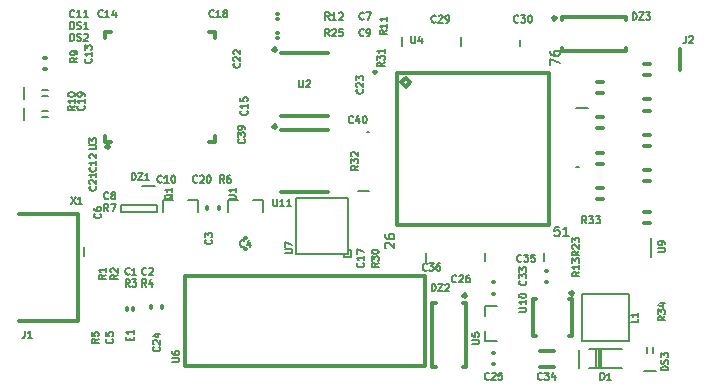
<source format=gto>
G04 #@! TF.FileFunction,Legend,Top*
%FSLAX46Y46*%
G04 Gerber Fmt 4.6, Leading zero omitted, Abs format (unit mm)*
G04 Created by KiCad (PCBNEW (after 2015-mar-04 BZR unknown)-product) date Tue 07 Apr 2015 10:15:23 PM EDT*
%MOMM*%
G01*
G04 APERTURE LIST*
%ADD10C,0.100000*%
%ADD11C,0.200000*%
%ADD12C,0.350000*%
%ADD13C,0.300000*%
%ADD14C,0.150000*%
G04 APERTURE END LIST*
D10*
D11*
X132750000Y-91500000D02*
X132750000Y-90750000D01*
X137750000Y-91500000D02*
X137750000Y-90750000D01*
X142750000Y-91500000D02*
X142750000Y-91000000D01*
X145311905Y-93147619D02*
X145311905Y-92614286D01*
X146111905Y-92957143D01*
X145311905Y-91966667D02*
X145311905Y-92119048D01*
X145350000Y-92195238D01*
X145388095Y-92233333D01*
X145502381Y-92309524D01*
X145654762Y-92347619D01*
X145959524Y-92347619D01*
X146035714Y-92309524D01*
X146073810Y-92271429D01*
X146111905Y-92195238D01*
X146111905Y-92042857D01*
X146073810Y-91966667D01*
X146035714Y-91928571D01*
X145959524Y-91890476D01*
X145769048Y-91890476D01*
X145692857Y-91928571D01*
X145654762Y-91966667D01*
X145616667Y-92042857D01*
X145616667Y-92195238D01*
X145654762Y-92271429D01*
X145692857Y-92309524D01*
X145769048Y-92347619D01*
X147500000Y-96750000D02*
X148500000Y-96750000D01*
X147500000Y-101750000D02*
X147750000Y-101750000D01*
X146059524Y-106811905D02*
X145678571Y-106811905D01*
X145640476Y-107192857D01*
X145678571Y-107154762D01*
X145754762Y-107116667D01*
X145945238Y-107116667D01*
X146021428Y-107154762D01*
X146059524Y-107192857D01*
X146097619Y-107269048D01*
X146097619Y-107459524D01*
X146059524Y-107535714D01*
X146021428Y-107573810D01*
X145945238Y-107611905D01*
X145754762Y-107611905D01*
X145678571Y-107573810D01*
X145640476Y-107535714D01*
X146859524Y-107611905D02*
X146402381Y-107611905D01*
X146630952Y-107611905D02*
X146630952Y-106811905D01*
X146554762Y-106926190D01*
X146478571Y-107002381D01*
X146402381Y-107040476D01*
X144750000Y-109000000D02*
X144750000Y-109750000D01*
X139750000Y-109000000D02*
X139750000Y-109750000D01*
X131388095Y-108609524D02*
X131350000Y-108571429D01*
X131311905Y-108495238D01*
X131311905Y-108304762D01*
X131350000Y-108228572D01*
X131388095Y-108190476D01*
X131464286Y-108152381D01*
X131540476Y-108152381D01*
X131654762Y-108190476D01*
X132111905Y-108647619D01*
X132111905Y-108152381D01*
X131311905Y-107466667D02*
X131311905Y-107619048D01*
X131350000Y-107695238D01*
X131388095Y-107733333D01*
X131502381Y-107809524D01*
X131654762Y-107847619D01*
X131959524Y-107847619D01*
X132035714Y-107809524D01*
X132073810Y-107771429D01*
X132111905Y-107695238D01*
X132111905Y-107542857D01*
X132073810Y-107466667D01*
X132035714Y-107428571D01*
X131959524Y-107390476D01*
X131769048Y-107390476D01*
X131692857Y-107428571D01*
X131654762Y-107466667D01*
X131616667Y-107542857D01*
X131616667Y-107695238D01*
X131654762Y-107771429D01*
X131692857Y-107809524D01*
X131769048Y-107847619D01*
X134750000Y-109000000D02*
X134750000Y-109750000D01*
X130000000Y-103750000D02*
X129000000Y-103750000D01*
X130000000Y-98750000D02*
X129750000Y-98750000D01*
D12*
X132308000Y-106692000D02*
X145192000Y-106692000D01*
X145192000Y-106692000D02*
X145192000Y-93808000D01*
X145192000Y-93808000D02*
X132308000Y-93808000D01*
X132308000Y-93808000D02*
X132308000Y-106692000D01*
X132689000Y-94570000D02*
X133070000Y-94189000D01*
X133070000Y-94189000D02*
X133451000Y-94570000D01*
X133451000Y-94570000D02*
X133070000Y-94951000D01*
X133070000Y-94951000D02*
X132689000Y-94570000D01*
X130375000Y-93750000D02*
X130450000Y-93675000D01*
X130450000Y-93675000D02*
X130525000Y-93750000D01*
X130525000Y-93750000D02*
X130450000Y-93825000D01*
X130450000Y-93825000D02*
X130375000Y-93750000D01*
X146879000Y-112950000D02*
X147127000Y-112950000D01*
X147127000Y-112950000D02*
X147127000Y-116050000D01*
X147127000Y-116050000D02*
X146879000Y-116050000D01*
X144121000Y-112950000D02*
X143873000Y-112950000D01*
X143873000Y-112950000D02*
X143873000Y-116050000D01*
X143873000Y-116050000D02*
X144121000Y-116050000D01*
X147133000Y-112315000D02*
X147260000Y-112442000D01*
X147260000Y-112442000D02*
X147133000Y-112569000D01*
X147133000Y-112569000D02*
X147006000Y-112442000D01*
X147006000Y-112442000D02*
X147133000Y-112315000D01*
X122246000Y-88779000D02*
X122154000Y-88779000D01*
X122154000Y-88779000D02*
X122246000Y-88779000D01*
X122246000Y-89221000D02*
X122154000Y-89221000D01*
X122154000Y-89221000D02*
X122246000Y-89221000D01*
X156250000Y-91750000D02*
X156250000Y-93500000D01*
D13*
X114340000Y-110960000D02*
X134660000Y-110960000D01*
X134660000Y-110960000D02*
X134660000Y-118580000D01*
X134660000Y-118580000D02*
X114340000Y-118580000D01*
X114340000Y-118580000D02*
X114340000Y-110960000D01*
D12*
X108096000Y-99677000D02*
X107573000Y-99677000D01*
X107573000Y-99677000D02*
X107573000Y-99154000D01*
X107573000Y-90846000D02*
X107573000Y-90323000D01*
X107573000Y-90323000D02*
X108096000Y-90323000D01*
X116404000Y-99677000D02*
X116927000Y-99677000D01*
X116927000Y-99677000D02*
X116927000Y-99154000D01*
X116927000Y-90846000D02*
X116927000Y-90323000D01*
X116927000Y-90323000D02*
X116404000Y-90323000D01*
X107842000Y-100185000D02*
X107715000Y-100058000D01*
X107715000Y-100058000D02*
X107842000Y-99931000D01*
X107842000Y-99931000D02*
X107969000Y-100058000D01*
X107969000Y-100058000D02*
X107842000Y-100185000D01*
D14*
X102750000Y-95750000D02*
X102250000Y-95750000D01*
X102250000Y-95250000D02*
X102750000Y-95250000D01*
X100750000Y-95000000D02*
X100750000Y-96000000D01*
X102750000Y-97500000D02*
X102250000Y-97500000D01*
X102250000Y-97000000D02*
X102750000Y-97000000D01*
X100750000Y-96750000D02*
X100750000Y-97750000D01*
X111800000Y-103350000D02*
X110700000Y-103350000D01*
X112000000Y-104950000D02*
X109000000Y-104950000D01*
X109000000Y-104950000D02*
X109000000Y-105550000D01*
X109000000Y-105550000D02*
X112000000Y-105550000D01*
X112000000Y-105550000D02*
X112000000Y-104950000D01*
D12*
X109996000Y-113821000D02*
X109996000Y-113679000D01*
X109996000Y-113679000D02*
X109996000Y-113821000D01*
X109504000Y-113821000D02*
X109504000Y-113679000D01*
X109504000Y-113679000D02*
X109504000Y-113821000D01*
D14*
X105800000Y-108500000D02*
X105800000Y-109250000D01*
D13*
X100300000Y-105750000D02*
X104800000Y-105750000D01*
X104800000Y-105750000D02*
X105300000Y-105750000D01*
X105300000Y-105750000D02*
X105300000Y-114750000D01*
X105300000Y-114750000D02*
X100300000Y-114750000D01*
D14*
X114600000Y-104550000D02*
X115500000Y-104550000D01*
X115500000Y-104550000D02*
X115500000Y-105550000D01*
X112500000Y-105550000D02*
X112500000Y-104550000D01*
X112500000Y-104550000D02*
X113400000Y-104550000D01*
X120100000Y-104550000D02*
X121000000Y-104550000D01*
X121000000Y-104550000D02*
X121000000Y-105550000D01*
X118000000Y-105550000D02*
X118000000Y-104550000D01*
X118000000Y-104550000D02*
X118900000Y-104550000D01*
X139800000Y-114400000D02*
X139800000Y-113500000D01*
X139800000Y-113500000D02*
X140800000Y-113500000D01*
X140800000Y-116500000D02*
X139800000Y-116500000D01*
X139800000Y-116500000D02*
X139800000Y-115600000D01*
X128400000Y-108750000D02*
X128200000Y-108750000D01*
X128400000Y-109350000D02*
X128400000Y-108750000D01*
X127800000Y-109350000D02*
X128400000Y-109350000D01*
X127800000Y-109150000D02*
X127800000Y-109350000D01*
X128200000Y-109150000D02*
X123800000Y-109150000D01*
X128200000Y-104350000D02*
X128200000Y-109150000D01*
X123800000Y-104350000D02*
X128200000Y-104350000D01*
X123800000Y-109150000D02*
X123800000Y-104350000D01*
D12*
X145596000Y-117354000D02*
X144404000Y-117354000D01*
X144404000Y-117354000D02*
X145596000Y-117354000D01*
X145596000Y-118646000D02*
X144404000Y-118646000D01*
X144404000Y-118646000D02*
X145596000Y-118646000D01*
D14*
X147750000Y-117250000D02*
X147750000Y-118750000D01*
X151400000Y-118800000D02*
X148600000Y-118800000D01*
X149600000Y-117200000D02*
X149600000Y-118800000D01*
X149400000Y-118800000D02*
X149400000Y-117200000D01*
X149200000Y-117200000D02*
X149200000Y-118800000D01*
X148600000Y-117200000D02*
X151400000Y-117200000D01*
X152000000Y-116500000D02*
X148000000Y-116500000D01*
X148000000Y-116500000D02*
X148000000Y-112500000D01*
X148000000Y-112500000D02*
X152000000Y-112500000D01*
X152000000Y-112500000D02*
X152000000Y-116500000D01*
D11*
X153850000Y-109350000D02*
X153850000Y-107750000D01*
D12*
X153771000Y-93029000D02*
X153229000Y-93029000D01*
X153229000Y-93029000D02*
X153771000Y-93029000D01*
X153771000Y-93971000D02*
X153229000Y-93971000D01*
X153229000Y-93971000D02*
X153771000Y-93971000D01*
X149771000Y-94529000D02*
X149229000Y-94529000D01*
X149229000Y-94529000D02*
X149771000Y-94529000D01*
X149771000Y-95471000D02*
X149229000Y-95471000D01*
X149229000Y-95471000D02*
X149771000Y-95471000D01*
X153771000Y-96029000D02*
X153229000Y-96029000D01*
X153229000Y-96029000D02*
X153771000Y-96029000D01*
X153771000Y-96971000D02*
X153229000Y-96971000D01*
X153229000Y-96971000D02*
X153771000Y-96971000D01*
X149771000Y-97529000D02*
X149229000Y-97529000D01*
X149229000Y-97529000D02*
X149771000Y-97529000D01*
X149771000Y-98471000D02*
X149229000Y-98471000D01*
X149229000Y-98471000D02*
X149771000Y-98471000D01*
X153771000Y-99029000D02*
X153229000Y-99029000D01*
X153229000Y-99029000D02*
X153771000Y-99029000D01*
X153771000Y-99971000D02*
X153229000Y-99971000D01*
X153229000Y-99971000D02*
X153771000Y-99971000D01*
X149771000Y-100529000D02*
X149229000Y-100529000D01*
X149229000Y-100529000D02*
X149771000Y-100529000D01*
X149771000Y-101471000D02*
X149229000Y-101471000D01*
X149229000Y-101471000D02*
X149771000Y-101471000D01*
X153771000Y-102029000D02*
X153229000Y-102029000D01*
X153229000Y-102029000D02*
X153771000Y-102029000D01*
X153771000Y-102971000D02*
X153229000Y-102971000D01*
X153229000Y-102971000D02*
X153771000Y-102971000D01*
X149771000Y-103529000D02*
X149229000Y-103529000D01*
X149229000Y-103529000D02*
X149771000Y-103529000D01*
X149771000Y-104471000D02*
X149229000Y-104471000D01*
X149229000Y-104471000D02*
X149771000Y-104471000D01*
X153771000Y-105529000D02*
X153229000Y-105529000D01*
X153229000Y-105529000D02*
X153771000Y-105529000D01*
X153771000Y-106471000D02*
X153229000Y-106471000D01*
X153229000Y-106471000D02*
X153771000Y-106471000D01*
X122246000Y-90379000D02*
X122154000Y-90379000D01*
X122154000Y-90379000D02*
X122246000Y-90379000D01*
X122246000Y-90821000D02*
X122154000Y-90821000D01*
X122154000Y-90821000D02*
X122246000Y-90821000D01*
X116279000Y-105179000D02*
X116279000Y-105321000D01*
X116279000Y-105321000D02*
X116279000Y-105179000D01*
X117221000Y-105179000D02*
X117221000Y-105321000D01*
X117221000Y-105321000D02*
X117221000Y-105179000D01*
X119571000Y-107779000D02*
X119429000Y-107779000D01*
X119429000Y-107779000D02*
X119571000Y-107779000D01*
X119571000Y-108721000D02*
X119429000Y-108721000D01*
X119429000Y-108721000D02*
X119571000Y-108721000D01*
X102571000Y-92529000D02*
X102429000Y-92529000D01*
X102429000Y-92529000D02*
X102571000Y-92529000D01*
X102571000Y-93471000D02*
X102429000Y-93471000D01*
X102429000Y-93471000D02*
X102571000Y-93471000D01*
X122500000Y-92091000D02*
X126500000Y-92091000D01*
X122500000Y-97409000D02*
X126500000Y-97409000D01*
X121865000Y-91837000D02*
X121992000Y-91710000D01*
X121992000Y-91710000D02*
X122119000Y-91837000D01*
X122119000Y-91837000D02*
X121992000Y-91964000D01*
X121992000Y-91964000D02*
X121865000Y-91837000D01*
X122500000Y-98591000D02*
X126500000Y-98591000D01*
X122500000Y-103909000D02*
X126500000Y-103909000D01*
X121865000Y-98337000D02*
X121992000Y-98210000D01*
X121992000Y-98210000D02*
X122119000Y-98337000D01*
X122119000Y-98337000D02*
X121992000Y-98464000D01*
X121992000Y-98464000D02*
X121865000Y-98337000D01*
X140429000Y-118471000D02*
X140571000Y-118471000D01*
X140571000Y-118471000D02*
X140429000Y-118471000D01*
X140429000Y-117529000D02*
X140571000Y-117529000D01*
X140571000Y-117529000D02*
X140429000Y-117529000D01*
X140571000Y-111529000D02*
X140429000Y-111529000D01*
X140429000Y-111529000D02*
X140571000Y-111529000D01*
X140571000Y-112471000D02*
X140429000Y-112471000D01*
X140429000Y-112471000D02*
X140571000Y-112471000D01*
X145071000Y-110529000D02*
X144929000Y-110529000D01*
X144929000Y-110529000D02*
X145071000Y-110529000D01*
X145071000Y-111471000D02*
X144929000Y-111471000D01*
X144929000Y-111471000D02*
X145071000Y-111471000D01*
X111529000Y-113529000D02*
X111529000Y-113671000D01*
X111529000Y-113671000D02*
X111529000Y-113529000D01*
X112471000Y-113529000D02*
X112471000Y-113671000D01*
X112471000Y-113671000D02*
X112471000Y-113529000D01*
X137906000Y-113273000D02*
X138177000Y-113273000D01*
X138177000Y-113273000D02*
X138177000Y-118727000D01*
X138177000Y-118727000D02*
X137906000Y-118727000D01*
X135594000Y-113273000D02*
X135323000Y-113273000D01*
X135323000Y-113273000D02*
X135323000Y-118727000D01*
X135323000Y-118727000D02*
X135594000Y-118727000D01*
X138071100Y-112511000D02*
X138198100Y-112638000D01*
X138198100Y-112638000D02*
X138071100Y-112765000D01*
X138071100Y-112765000D02*
X137944100Y-112638000D01*
X137944100Y-112638000D02*
X138071100Y-112511000D01*
X146273000Y-89344000D02*
X146273000Y-89073000D01*
X146273000Y-89073000D02*
X151727000Y-89073000D01*
X151727000Y-89073000D02*
X151727000Y-89344000D01*
X146273000Y-91656000D02*
X146273000Y-91927000D01*
X146273000Y-91927000D02*
X151727000Y-91927000D01*
X151727000Y-91927000D02*
X151727000Y-91656000D01*
X145511000Y-89178900D02*
X145638000Y-89051900D01*
X145638000Y-89051900D02*
X145765000Y-89178900D01*
X145765000Y-89178900D02*
X145638000Y-89305900D01*
X145638000Y-89305900D02*
X145511000Y-89178900D01*
D14*
X154000000Y-117000000D02*
X154000000Y-117500000D01*
X153500000Y-117500000D02*
X153500000Y-117000000D01*
X153250000Y-119000000D02*
X154250000Y-119000000D01*
X133542857Y-90671429D02*
X133542857Y-91157143D01*
X133571429Y-91214286D01*
X133600000Y-91242857D01*
X133657143Y-91271429D01*
X133771429Y-91271429D01*
X133828571Y-91242857D01*
X133857143Y-91214286D01*
X133885714Y-91157143D01*
X133885714Y-90671429D01*
X134428571Y-90871429D02*
X134428571Y-91271429D01*
X134285714Y-90642857D02*
X134142857Y-91071429D01*
X134514285Y-91071429D01*
X142671429Y-113992857D02*
X143157143Y-113992857D01*
X143214286Y-113964285D01*
X143242857Y-113935714D01*
X143271429Y-113878571D01*
X143271429Y-113764285D01*
X143242857Y-113707143D01*
X143214286Y-113678571D01*
X143157143Y-113650000D01*
X142671429Y-113650000D01*
X143271429Y-113050000D02*
X143271429Y-113392857D01*
X143271429Y-113221429D02*
X142671429Y-113221429D01*
X142757143Y-113278572D01*
X142814286Y-113335714D01*
X142842857Y-113392857D01*
X142671429Y-112678571D02*
X142671429Y-112621428D01*
X142700000Y-112564285D01*
X142728571Y-112535714D01*
X142785714Y-112507143D01*
X142900000Y-112478571D01*
X143042857Y-112478571D01*
X143157143Y-112507143D01*
X143214286Y-112535714D01*
X143242857Y-112564285D01*
X143271429Y-112621428D01*
X143271429Y-112678571D01*
X143242857Y-112735714D01*
X143214286Y-112764285D01*
X143157143Y-112792857D01*
X143042857Y-112821428D01*
X142900000Y-112821428D01*
X142785714Y-112792857D01*
X142728571Y-112764285D01*
X142700000Y-112735714D01*
X142671429Y-112678571D01*
X129500000Y-89214286D02*
X129471429Y-89242857D01*
X129385715Y-89271429D01*
X129328572Y-89271429D01*
X129242857Y-89242857D01*
X129185715Y-89185714D01*
X129157143Y-89128571D01*
X129128572Y-89014286D01*
X129128572Y-88928571D01*
X129157143Y-88814286D01*
X129185715Y-88757143D01*
X129242857Y-88700000D01*
X129328572Y-88671429D01*
X129385715Y-88671429D01*
X129471429Y-88700000D01*
X129500000Y-88728571D01*
X129700000Y-88671429D02*
X130100000Y-88671429D01*
X129842857Y-89271429D01*
X156800000Y-90671429D02*
X156800000Y-91100000D01*
X156771428Y-91185714D01*
X156714285Y-91242857D01*
X156628571Y-91271429D01*
X156571428Y-91271429D01*
X157057143Y-90728571D02*
X157085714Y-90700000D01*
X157142857Y-90671429D01*
X157285714Y-90671429D01*
X157342857Y-90700000D01*
X157371428Y-90728571D01*
X157400000Y-90785714D01*
X157400000Y-90842857D01*
X157371428Y-90928571D01*
X157028571Y-91271429D01*
X157400000Y-91271429D01*
X104714285Y-104271429D02*
X105114285Y-104871429D01*
X105114285Y-104271429D02*
X104714285Y-104871429D01*
X105657143Y-104871429D02*
X105314286Y-104871429D01*
X105485714Y-104871429D02*
X105485714Y-104271429D01*
X105428571Y-104357143D01*
X105371429Y-104414286D01*
X105314286Y-104442857D01*
X113271429Y-118257143D02*
X113757143Y-118257143D01*
X113814286Y-118228571D01*
X113842857Y-118200000D01*
X113871429Y-118142857D01*
X113871429Y-118028571D01*
X113842857Y-117971429D01*
X113814286Y-117942857D01*
X113757143Y-117914286D01*
X113271429Y-117914286D01*
X113271429Y-117371429D02*
X113271429Y-117485715D01*
X113300000Y-117542858D01*
X113328571Y-117571429D01*
X113414286Y-117628572D01*
X113528571Y-117657143D01*
X113757143Y-117657143D01*
X113814286Y-117628572D01*
X113842857Y-117600000D01*
X113871429Y-117542858D01*
X113871429Y-117428572D01*
X113842857Y-117371429D01*
X113814286Y-117342858D01*
X113757143Y-117314286D01*
X113614286Y-117314286D01*
X113557143Y-117342858D01*
X113528571Y-117371429D01*
X113500000Y-117428572D01*
X113500000Y-117542858D01*
X113528571Y-117600000D01*
X113557143Y-117628572D01*
X113614286Y-117657143D01*
X106271429Y-100257143D02*
X106757143Y-100257143D01*
X106814286Y-100228571D01*
X106842857Y-100200000D01*
X106871429Y-100142857D01*
X106871429Y-100028571D01*
X106842857Y-99971429D01*
X106814286Y-99942857D01*
X106757143Y-99914286D01*
X106271429Y-99914286D01*
X106271429Y-99685715D02*
X106271429Y-99314286D01*
X106500000Y-99514286D01*
X106500000Y-99428572D01*
X106528571Y-99371429D01*
X106557143Y-99342858D01*
X106614286Y-99314286D01*
X106757143Y-99314286D01*
X106814286Y-99342858D01*
X106842857Y-99371429D01*
X106871429Y-99428572D01*
X106871429Y-99600000D01*
X106842857Y-99657143D01*
X106814286Y-99685715D01*
X104671428Y-90071429D02*
X104671428Y-89471429D01*
X104814285Y-89471429D01*
X104900000Y-89500000D01*
X104957142Y-89557143D01*
X104985714Y-89614286D01*
X105014285Y-89728571D01*
X105014285Y-89814286D01*
X104985714Y-89928571D01*
X104957142Y-89985714D01*
X104900000Y-90042857D01*
X104814285Y-90071429D01*
X104671428Y-90071429D01*
X105242857Y-90042857D02*
X105328571Y-90071429D01*
X105471428Y-90071429D01*
X105528571Y-90042857D01*
X105557142Y-90014286D01*
X105585714Y-89957143D01*
X105585714Y-89900000D01*
X105557142Y-89842857D01*
X105528571Y-89814286D01*
X105471428Y-89785714D01*
X105357142Y-89757143D01*
X105300000Y-89728571D01*
X105271428Y-89700000D01*
X105242857Y-89642857D01*
X105242857Y-89585714D01*
X105271428Y-89528571D01*
X105300000Y-89500000D01*
X105357142Y-89471429D01*
X105500000Y-89471429D01*
X105585714Y-89500000D01*
X106157143Y-90071429D02*
X105814286Y-90071429D01*
X105985714Y-90071429D02*
X105985714Y-89471429D01*
X105928571Y-89557143D01*
X105871429Y-89614286D01*
X105814286Y-89642857D01*
X104671428Y-91071429D02*
X104671428Y-90471429D01*
X104814285Y-90471429D01*
X104900000Y-90500000D01*
X104957142Y-90557143D01*
X104985714Y-90614286D01*
X105014285Y-90728571D01*
X105014285Y-90814286D01*
X104985714Y-90928571D01*
X104957142Y-90985714D01*
X104900000Y-91042857D01*
X104814285Y-91071429D01*
X104671428Y-91071429D01*
X105242857Y-91042857D02*
X105328571Y-91071429D01*
X105471428Y-91071429D01*
X105528571Y-91042857D01*
X105557142Y-91014286D01*
X105585714Y-90957143D01*
X105585714Y-90900000D01*
X105557142Y-90842857D01*
X105528571Y-90814286D01*
X105471428Y-90785714D01*
X105357142Y-90757143D01*
X105300000Y-90728571D01*
X105271428Y-90700000D01*
X105242857Y-90642857D01*
X105242857Y-90585714D01*
X105271428Y-90528571D01*
X105300000Y-90500000D01*
X105357142Y-90471429D01*
X105500000Y-90471429D01*
X105585714Y-90500000D01*
X105814286Y-90528571D02*
X105842857Y-90500000D01*
X105900000Y-90471429D01*
X106042857Y-90471429D01*
X106100000Y-90500000D01*
X106128571Y-90528571D01*
X106157143Y-90585714D01*
X106157143Y-90642857D01*
X106128571Y-90728571D01*
X105785714Y-91071429D01*
X106157143Y-91071429D01*
X109871428Y-102871429D02*
X109871428Y-102271429D01*
X110014285Y-102271429D01*
X110100000Y-102300000D01*
X110157142Y-102357143D01*
X110185714Y-102414286D01*
X110214285Y-102528571D01*
X110214285Y-102614286D01*
X110185714Y-102728571D01*
X110157142Y-102785714D01*
X110100000Y-102842857D01*
X110014285Y-102871429D01*
X109871428Y-102871429D01*
X110414285Y-102271429D02*
X110814285Y-102271429D01*
X110414285Y-102871429D01*
X110814285Y-102871429D01*
X111357143Y-102871429D02*
X111014286Y-102871429D01*
X111185714Y-102871429D02*
X111185714Y-102271429D01*
X111128571Y-102357143D01*
X111071429Y-102414286D01*
X111014286Y-102442857D01*
X109707143Y-116414286D02*
X109707143Y-116214286D01*
X110021429Y-116128572D02*
X110021429Y-116414286D01*
X109421429Y-116414286D01*
X109421429Y-116128572D01*
X110021429Y-115557143D02*
X110021429Y-115900000D01*
X110021429Y-115728572D02*
X109421429Y-115728572D01*
X109507143Y-115785715D01*
X109564286Y-115842857D01*
X109592857Y-115900000D01*
X100800000Y-115671429D02*
X100800000Y-116100000D01*
X100771428Y-116185714D01*
X100714285Y-116242857D01*
X100628571Y-116271429D01*
X100571428Y-116271429D01*
X101400000Y-116271429D02*
X101057143Y-116271429D01*
X101228571Y-116271429D02*
X101228571Y-115671429D01*
X101171428Y-115757143D01*
X101114286Y-115814286D01*
X101057143Y-115842857D01*
X113328571Y-104057143D02*
X113300000Y-104114286D01*
X113242857Y-104171429D01*
X113157143Y-104257143D01*
X113128571Y-104314286D01*
X113128571Y-104371429D01*
X113271429Y-104342857D02*
X113242857Y-104400000D01*
X113185714Y-104457143D01*
X113071429Y-104485714D01*
X112871429Y-104485714D01*
X112757143Y-104457143D01*
X112700000Y-104400000D01*
X112671429Y-104342857D01*
X112671429Y-104228571D01*
X112700000Y-104171429D01*
X112757143Y-104114286D01*
X112871429Y-104085714D01*
X113071429Y-104085714D01*
X113185714Y-104114286D01*
X113242857Y-104171429D01*
X113271429Y-104228571D01*
X113271429Y-104342857D01*
X113271429Y-103514286D02*
X113271429Y-103857143D01*
X113271429Y-103685715D02*
X112671429Y-103685715D01*
X112757143Y-103742858D01*
X112814286Y-103800000D01*
X112842857Y-103857143D01*
X118071429Y-104457143D02*
X118557143Y-104457143D01*
X118614286Y-104428571D01*
X118642857Y-104400000D01*
X118671429Y-104342857D01*
X118671429Y-104228571D01*
X118642857Y-104171429D01*
X118614286Y-104142857D01*
X118557143Y-104114286D01*
X118071429Y-104114286D01*
X118671429Y-103514286D02*
X118671429Y-103857143D01*
X118671429Y-103685715D02*
X118071429Y-103685715D01*
X118157143Y-103742858D01*
X118214286Y-103800000D01*
X118242857Y-103857143D01*
X138671429Y-116707143D02*
X139157143Y-116707143D01*
X139214286Y-116678571D01*
X139242857Y-116650000D01*
X139271429Y-116592857D01*
X139271429Y-116478571D01*
X139242857Y-116421429D01*
X139214286Y-116392857D01*
X139157143Y-116364286D01*
X138671429Y-116364286D01*
X138671429Y-115792858D02*
X138671429Y-116078572D01*
X138957143Y-116107143D01*
X138928571Y-116078572D01*
X138900000Y-116021429D01*
X138900000Y-115878572D01*
X138928571Y-115821429D01*
X138957143Y-115792858D01*
X139014286Y-115764286D01*
X139157143Y-115764286D01*
X139214286Y-115792858D01*
X139242857Y-115821429D01*
X139271429Y-115878572D01*
X139271429Y-116021429D01*
X139242857Y-116078572D01*
X139214286Y-116107143D01*
X122871429Y-109057143D02*
X123357143Y-109057143D01*
X123414286Y-109028571D01*
X123442857Y-109000000D01*
X123471429Y-108942857D01*
X123471429Y-108828571D01*
X123442857Y-108771429D01*
X123414286Y-108742857D01*
X123357143Y-108714286D01*
X122871429Y-108714286D01*
X122871429Y-108485715D02*
X122871429Y-108085715D01*
X123471429Y-108342858D01*
X144614285Y-119714286D02*
X144585714Y-119742857D01*
X144500000Y-119771429D01*
X144442857Y-119771429D01*
X144357142Y-119742857D01*
X144300000Y-119685714D01*
X144271428Y-119628571D01*
X144242857Y-119514286D01*
X144242857Y-119428571D01*
X144271428Y-119314286D01*
X144300000Y-119257143D01*
X144357142Y-119200000D01*
X144442857Y-119171429D01*
X144500000Y-119171429D01*
X144585714Y-119200000D01*
X144614285Y-119228571D01*
X144814285Y-119171429D02*
X145185714Y-119171429D01*
X144985714Y-119400000D01*
X145071428Y-119400000D01*
X145128571Y-119428571D01*
X145157142Y-119457143D01*
X145185714Y-119514286D01*
X145185714Y-119657143D01*
X145157142Y-119714286D01*
X145128571Y-119742857D01*
X145071428Y-119771429D01*
X144900000Y-119771429D01*
X144842857Y-119742857D01*
X144814285Y-119714286D01*
X145700000Y-119371429D02*
X145700000Y-119771429D01*
X145557143Y-119142857D02*
X145414286Y-119571429D01*
X145785714Y-119571429D01*
X149557143Y-119771429D02*
X149557143Y-119171429D01*
X149700000Y-119171429D01*
X149785715Y-119200000D01*
X149842857Y-119257143D01*
X149871429Y-119314286D01*
X149900000Y-119428571D01*
X149900000Y-119514286D01*
X149871429Y-119628571D01*
X149842857Y-119685714D01*
X149785715Y-119742857D01*
X149700000Y-119771429D01*
X149557143Y-119771429D01*
X150471429Y-119771429D02*
X150128572Y-119771429D01*
X150300000Y-119771429D02*
X150300000Y-119171429D01*
X150242857Y-119257143D01*
X150185715Y-119314286D01*
X150128572Y-119342857D01*
X152771429Y-114600000D02*
X152771429Y-114885714D01*
X152171429Y-114885714D01*
X152771429Y-114085714D02*
X152771429Y-114428571D01*
X152771429Y-114257143D02*
X152171429Y-114257143D01*
X152257143Y-114314286D01*
X152314286Y-114371428D01*
X152342857Y-114428571D01*
X154421429Y-108957143D02*
X154907143Y-108957143D01*
X154964286Y-108928571D01*
X154992857Y-108900000D01*
X155021429Y-108842857D01*
X155021429Y-108728571D01*
X154992857Y-108671429D01*
X154964286Y-108642857D01*
X154907143Y-108614286D01*
X154421429Y-108614286D01*
X155021429Y-108300000D02*
X155021429Y-108185715D01*
X154992857Y-108128572D01*
X154964286Y-108100000D01*
X154878571Y-108042858D01*
X154764286Y-108014286D01*
X154535714Y-108014286D01*
X154478571Y-108042858D01*
X154450000Y-108071429D01*
X154421429Y-108128572D01*
X154421429Y-108242858D01*
X154450000Y-108300000D01*
X154478571Y-108328572D01*
X154535714Y-108357143D01*
X154678571Y-108357143D01*
X154735714Y-108328572D01*
X154764286Y-108300000D01*
X154792857Y-108242858D01*
X154792857Y-108128572D01*
X154764286Y-108071429D01*
X154735714Y-108042858D01*
X154678571Y-108014286D01*
X105271429Y-92500000D02*
X104985714Y-92700000D01*
X105271429Y-92842857D02*
X104671429Y-92842857D01*
X104671429Y-92614285D01*
X104700000Y-92557143D01*
X104728571Y-92528571D01*
X104785714Y-92500000D01*
X104871429Y-92500000D01*
X104928571Y-92528571D01*
X104957143Y-92557143D01*
X104985714Y-92614285D01*
X104985714Y-92842857D01*
X105271429Y-92214285D02*
X105271429Y-92100000D01*
X105242857Y-92042857D01*
X105214286Y-92014285D01*
X105128571Y-91957143D01*
X105014286Y-91928571D01*
X104785714Y-91928571D01*
X104728571Y-91957143D01*
X104700000Y-91985714D01*
X104671429Y-92042857D01*
X104671429Y-92157143D01*
X104700000Y-92214285D01*
X104728571Y-92242857D01*
X104785714Y-92271428D01*
X104928571Y-92271428D01*
X104985714Y-92242857D01*
X105014286Y-92214285D01*
X105042857Y-92157143D01*
X105042857Y-92042857D01*
X105014286Y-91985714D01*
X104985714Y-91957143D01*
X104928571Y-91928571D01*
X105071429Y-96585715D02*
X104785714Y-96785715D01*
X105071429Y-96928572D02*
X104471429Y-96928572D01*
X104471429Y-96700000D01*
X104500000Y-96642858D01*
X104528571Y-96614286D01*
X104585714Y-96585715D01*
X104671429Y-96585715D01*
X104728571Y-96614286D01*
X104757143Y-96642858D01*
X104785714Y-96700000D01*
X104785714Y-96928572D01*
X105071429Y-96014286D02*
X105071429Y-96357143D01*
X105071429Y-96185715D02*
X104471429Y-96185715D01*
X104557143Y-96242858D01*
X104614286Y-96300000D01*
X104642857Y-96357143D01*
X104471429Y-95642857D02*
X104471429Y-95585714D01*
X104500000Y-95528571D01*
X104528571Y-95500000D01*
X104585714Y-95471429D01*
X104700000Y-95442857D01*
X104842857Y-95442857D01*
X104957143Y-95471429D01*
X105014286Y-95500000D01*
X105042857Y-95528571D01*
X105071429Y-95585714D01*
X105071429Y-95642857D01*
X105042857Y-95700000D01*
X105014286Y-95728571D01*
X104957143Y-95757143D01*
X104842857Y-95785714D01*
X104700000Y-95785714D01*
X104585714Y-95757143D01*
X104528571Y-95728571D01*
X104500000Y-95700000D01*
X104471429Y-95642857D01*
X107414285Y-89014286D02*
X107385714Y-89042857D01*
X107300000Y-89071429D01*
X107242857Y-89071429D01*
X107157142Y-89042857D01*
X107100000Y-88985714D01*
X107071428Y-88928571D01*
X107042857Y-88814286D01*
X107042857Y-88728571D01*
X107071428Y-88614286D01*
X107100000Y-88557143D01*
X107157142Y-88500000D01*
X107242857Y-88471429D01*
X107300000Y-88471429D01*
X107385714Y-88500000D01*
X107414285Y-88528571D01*
X107985714Y-89071429D02*
X107642857Y-89071429D01*
X107814285Y-89071429D02*
X107814285Y-88471429D01*
X107757142Y-88557143D01*
X107700000Y-88614286D01*
X107642857Y-88642857D01*
X108500000Y-88671429D02*
X108500000Y-89071429D01*
X108357143Y-88442857D02*
X108214286Y-88871429D01*
X108585714Y-88871429D01*
X116814285Y-89014286D02*
X116785714Y-89042857D01*
X116700000Y-89071429D01*
X116642857Y-89071429D01*
X116557142Y-89042857D01*
X116500000Y-88985714D01*
X116471428Y-88928571D01*
X116442857Y-88814286D01*
X116442857Y-88728571D01*
X116471428Y-88614286D01*
X116500000Y-88557143D01*
X116557142Y-88500000D01*
X116642857Y-88471429D01*
X116700000Y-88471429D01*
X116785714Y-88500000D01*
X116814285Y-88528571D01*
X117385714Y-89071429D02*
X117042857Y-89071429D01*
X117214285Y-89071429D02*
X117214285Y-88471429D01*
X117157142Y-88557143D01*
X117100000Y-88614286D01*
X117042857Y-88642857D01*
X117728571Y-88728571D02*
X117671429Y-88700000D01*
X117642857Y-88671429D01*
X117614286Y-88614286D01*
X117614286Y-88585714D01*
X117642857Y-88528571D01*
X117671429Y-88500000D01*
X117728571Y-88471429D01*
X117842857Y-88471429D01*
X117900000Y-88500000D01*
X117928571Y-88528571D01*
X117957143Y-88585714D01*
X117957143Y-88614286D01*
X117928571Y-88671429D01*
X117900000Y-88700000D01*
X117842857Y-88728571D01*
X117728571Y-88728571D01*
X117671429Y-88757143D01*
X117642857Y-88785714D01*
X117614286Y-88842857D01*
X117614286Y-88957143D01*
X117642857Y-89014286D01*
X117671429Y-89042857D01*
X117728571Y-89071429D01*
X117842857Y-89071429D01*
X117900000Y-89042857D01*
X117928571Y-89014286D01*
X117957143Y-88957143D01*
X117957143Y-88842857D01*
X117928571Y-88785714D01*
X117900000Y-88757143D01*
X117842857Y-88728571D01*
X106414286Y-92585715D02*
X106442857Y-92614286D01*
X106471429Y-92700000D01*
X106471429Y-92757143D01*
X106442857Y-92842858D01*
X106385714Y-92900000D01*
X106328571Y-92928572D01*
X106214286Y-92957143D01*
X106128571Y-92957143D01*
X106014286Y-92928572D01*
X105957143Y-92900000D01*
X105900000Y-92842858D01*
X105871429Y-92757143D01*
X105871429Y-92700000D01*
X105900000Y-92614286D01*
X105928571Y-92585715D01*
X106471429Y-92014286D02*
X106471429Y-92357143D01*
X106471429Y-92185715D02*
X105871429Y-92185715D01*
X105957143Y-92242858D01*
X106014286Y-92300000D01*
X106042857Y-92357143D01*
X105871429Y-91814286D02*
X105871429Y-91442857D01*
X106100000Y-91642857D01*
X106100000Y-91557143D01*
X106128571Y-91500000D01*
X106157143Y-91471429D01*
X106214286Y-91442857D01*
X106357143Y-91442857D01*
X106414286Y-91471429D01*
X106442857Y-91500000D01*
X106471429Y-91557143D01*
X106471429Y-91728571D01*
X106442857Y-91785714D01*
X106414286Y-91814286D01*
X119614286Y-96985715D02*
X119642857Y-97014286D01*
X119671429Y-97100000D01*
X119671429Y-97157143D01*
X119642857Y-97242858D01*
X119585714Y-97300000D01*
X119528571Y-97328572D01*
X119414286Y-97357143D01*
X119328571Y-97357143D01*
X119214286Y-97328572D01*
X119157143Y-97300000D01*
X119100000Y-97242858D01*
X119071429Y-97157143D01*
X119071429Y-97100000D01*
X119100000Y-97014286D01*
X119128571Y-96985715D01*
X119671429Y-96414286D02*
X119671429Y-96757143D01*
X119671429Y-96585715D02*
X119071429Y-96585715D01*
X119157143Y-96642858D01*
X119214286Y-96700000D01*
X119242857Y-96757143D01*
X119071429Y-95871429D02*
X119071429Y-96157143D01*
X119357143Y-96185714D01*
X119328571Y-96157143D01*
X119300000Y-96100000D01*
X119300000Y-95957143D01*
X119328571Y-95900000D01*
X119357143Y-95871429D01*
X119414286Y-95842857D01*
X119557143Y-95842857D01*
X119614286Y-95871429D01*
X119642857Y-95900000D01*
X119671429Y-95957143D01*
X119671429Y-96100000D01*
X119642857Y-96157143D01*
X119614286Y-96185714D01*
X105814286Y-96585715D02*
X105842857Y-96614286D01*
X105871429Y-96700000D01*
X105871429Y-96757143D01*
X105842857Y-96842858D01*
X105785714Y-96900000D01*
X105728571Y-96928572D01*
X105614286Y-96957143D01*
X105528571Y-96957143D01*
X105414286Y-96928572D01*
X105357143Y-96900000D01*
X105300000Y-96842858D01*
X105271429Y-96757143D01*
X105271429Y-96700000D01*
X105300000Y-96614286D01*
X105328571Y-96585715D01*
X105871429Y-96014286D02*
X105871429Y-96357143D01*
X105871429Y-96185715D02*
X105271429Y-96185715D01*
X105357143Y-96242858D01*
X105414286Y-96300000D01*
X105442857Y-96357143D01*
X105871429Y-95728571D02*
X105871429Y-95614286D01*
X105842857Y-95557143D01*
X105814286Y-95528571D01*
X105728571Y-95471429D01*
X105614286Y-95442857D01*
X105385714Y-95442857D01*
X105328571Y-95471429D01*
X105300000Y-95500000D01*
X105271429Y-95557143D01*
X105271429Y-95671429D01*
X105300000Y-95728571D01*
X105328571Y-95757143D01*
X105385714Y-95785714D01*
X105528571Y-95785714D01*
X105585714Y-95757143D01*
X105614286Y-95728571D01*
X105642857Y-95671429D01*
X105642857Y-95557143D01*
X105614286Y-95500000D01*
X105585714Y-95471429D01*
X105528571Y-95442857D01*
X115414285Y-103014286D02*
X115385714Y-103042857D01*
X115300000Y-103071429D01*
X115242857Y-103071429D01*
X115157142Y-103042857D01*
X115100000Y-102985714D01*
X115071428Y-102928571D01*
X115042857Y-102814286D01*
X115042857Y-102728571D01*
X115071428Y-102614286D01*
X115100000Y-102557143D01*
X115157142Y-102500000D01*
X115242857Y-102471429D01*
X115300000Y-102471429D01*
X115385714Y-102500000D01*
X115414285Y-102528571D01*
X115642857Y-102528571D02*
X115671428Y-102500000D01*
X115728571Y-102471429D01*
X115871428Y-102471429D01*
X115928571Y-102500000D01*
X115957142Y-102528571D01*
X115985714Y-102585714D01*
X115985714Y-102642857D01*
X115957142Y-102728571D01*
X115614285Y-103071429D01*
X115985714Y-103071429D01*
X116357143Y-102471429D02*
X116414286Y-102471429D01*
X116471429Y-102500000D01*
X116500000Y-102528571D01*
X116528571Y-102585714D01*
X116557143Y-102700000D01*
X116557143Y-102842857D01*
X116528571Y-102957143D01*
X116500000Y-103014286D01*
X116471429Y-103042857D01*
X116414286Y-103071429D01*
X116357143Y-103071429D01*
X116300000Y-103042857D01*
X116271429Y-103014286D01*
X116242857Y-102957143D01*
X116214286Y-102842857D01*
X116214286Y-102700000D01*
X116242857Y-102585714D01*
X116271429Y-102528571D01*
X116300000Y-102500000D01*
X116357143Y-102471429D01*
X129500000Y-90614286D02*
X129471429Y-90642857D01*
X129385715Y-90671429D01*
X129328572Y-90671429D01*
X129242857Y-90642857D01*
X129185715Y-90585714D01*
X129157143Y-90528571D01*
X129128572Y-90414286D01*
X129128572Y-90328571D01*
X129157143Y-90214286D01*
X129185715Y-90157143D01*
X129242857Y-90100000D01*
X129328572Y-90071429D01*
X129385715Y-90071429D01*
X129471429Y-90100000D01*
X129500000Y-90128571D01*
X129785715Y-90671429D02*
X129900000Y-90671429D01*
X129957143Y-90642857D01*
X129985715Y-90614286D01*
X130042857Y-90528571D01*
X130071429Y-90414286D01*
X130071429Y-90185714D01*
X130042857Y-90128571D01*
X130014286Y-90100000D01*
X129957143Y-90071429D01*
X129842857Y-90071429D01*
X129785715Y-90100000D01*
X129757143Y-90128571D01*
X129728572Y-90185714D01*
X129728572Y-90328571D01*
X129757143Y-90385714D01*
X129785715Y-90414286D01*
X129842857Y-90442857D01*
X129957143Y-90442857D01*
X130014286Y-90414286D01*
X130042857Y-90385714D01*
X130071429Y-90328571D01*
X131471429Y-90185715D02*
X131185714Y-90385715D01*
X131471429Y-90528572D02*
X130871429Y-90528572D01*
X130871429Y-90300000D01*
X130900000Y-90242858D01*
X130928571Y-90214286D01*
X130985714Y-90185715D01*
X131071429Y-90185715D01*
X131128571Y-90214286D01*
X131157143Y-90242858D01*
X131185714Y-90300000D01*
X131185714Y-90528572D01*
X131471429Y-89614286D02*
X131471429Y-89957143D01*
X131471429Y-89785715D02*
X130871429Y-89785715D01*
X130957143Y-89842858D01*
X131014286Y-89900000D01*
X131042857Y-89957143D01*
X131471429Y-89042857D02*
X131471429Y-89385714D01*
X131471429Y-89214286D02*
X130871429Y-89214286D01*
X130957143Y-89271429D01*
X131014286Y-89328571D01*
X131042857Y-89385714D01*
X126614285Y-89271429D02*
X126414285Y-88985714D01*
X126271428Y-89271429D02*
X126271428Y-88671429D01*
X126500000Y-88671429D01*
X126557142Y-88700000D01*
X126585714Y-88728571D01*
X126614285Y-88785714D01*
X126614285Y-88871429D01*
X126585714Y-88928571D01*
X126557142Y-88957143D01*
X126500000Y-88985714D01*
X126271428Y-88985714D01*
X127185714Y-89271429D02*
X126842857Y-89271429D01*
X127014285Y-89271429D02*
X127014285Y-88671429D01*
X126957142Y-88757143D01*
X126900000Y-88814286D01*
X126842857Y-88842857D01*
X127414286Y-88728571D02*
X127442857Y-88700000D01*
X127500000Y-88671429D01*
X127642857Y-88671429D01*
X127700000Y-88700000D01*
X127728571Y-88728571D01*
X127757143Y-88785714D01*
X127757143Y-88842857D01*
X127728571Y-88928571D01*
X127385714Y-89271429D01*
X127757143Y-89271429D01*
X126614285Y-90671429D02*
X126414285Y-90385714D01*
X126271428Y-90671429D02*
X126271428Y-90071429D01*
X126500000Y-90071429D01*
X126557142Y-90100000D01*
X126585714Y-90128571D01*
X126614285Y-90185714D01*
X126614285Y-90271429D01*
X126585714Y-90328571D01*
X126557142Y-90357143D01*
X126500000Y-90385714D01*
X126271428Y-90385714D01*
X126842857Y-90128571D02*
X126871428Y-90100000D01*
X126928571Y-90071429D01*
X127071428Y-90071429D01*
X127128571Y-90100000D01*
X127157142Y-90128571D01*
X127185714Y-90185714D01*
X127185714Y-90242857D01*
X127157142Y-90328571D01*
X126814285Y-90671429D01*
X127185714Y-90671429D01*
X127728571Y-90071429D02*
X127442857Y-90071429D01*
X127414286Y-90357143D01*
X127442857Y-90328571D01*
X127500000Y-90300000D01*
X127642857Y-90300000D01*
X127700000Y-90328571D01*
X127728571Y-90357143D01*
X127757143Y-90414286D01*
X127757143Y-90557143D01*
X127728571Y-90614286D01*
X127700000Y-90642857D01*
X127642857Y-90671429D01*
X127500000Y-90671429D01*
X127442857Y-90642857D01*
X127414286Y-90614286D01*
X119014286Y-92985715D02*
X119042857Y-93014286D01*
X119071429Y-93100000D01*
X119071429Y-93157143D01*
X119042857Y-93242858D01*
X118985714Y-93300000D01*
X118928571Y-93328572D01*
X118814286Y-93357143D01*
X118728571Y-93357143D01*
X118614286Y-93328572D01*
X118557143Y-93300000D01*
X118500000Y-93242858D01*
X118471429Y-93157143D01*
X118471429Y-93100000D01*
X118500000Y-93014286D01*
X118528571Y-92985715D01*
X118528571Y-92757143D02*
X118500000Y-92728572D01*
X118471429Y-92671429D01*
X118471429Y-92528572D01*
X118500000Y-92471429D01*
X118528571Y-92442858D01*
X118585714Y-92414286D01*
X118642857Y-92414286D01*
X118728571Y-92442858D01*
X119071429Y-92785715D01*
X119071429Y-92414286D01*
X118528571Y-92185714D02*
X118500000Y-92157143D01*
X118471429Y-92100000D01*
X118471429Y-91957143D01*
X118500000Y-91900000D01*
X118528571Y-91871429D01*
X118585714Y-91842857D01*
X118642857Y-91842857D01*
X118728571Y-91871429D01*
X119071429Y-92214286D01*
X119071429Y-91842857D01*
X129414286Y-95185715D02*
X129442857Y-95214286D01*
X129471429Y-95300000D01*
X129471429Y-95357143D01*
X129442857Y-95442858D01*
X129385714Y-95500000D01*
X129328571Y-95528572D01*
X129214286Y-95557143D01*
X129128571Y-95557143D01*
X129014286Y-95528572D01*
X128957143Y-95500000D01*
X128900000Y-95442858D01*
X128871429Y-95357143D01*
X128871429Y-95300000D01*
X128900000Y-95214286D01*
X128928571Y-95185715D01*
X128928571Y-94957143D02*
X128900000Y-94928572D01*
X128871429Y-94871429D01*
X128871429Y-94728572D01*
X128900000Y-94671429D01*
X128928571Y-94642858D01*
X128985714Y-94614286D01*
X129042857Y-94614286D01*
X129128571Y-94642858D01*
X129471429Y-94985715D01*
X129471429Y-94614286D01*
X128871429Y-94414286D02*
X128871429Y-94042857D01*
X129100000Y-94242857D01*
X129100000Y-94157143D01*
X129128571Y-94100000D01*
X129157143Y-94071429D01*
X129214286Y-94042857D01*
X129357143Y-94042857D01*
X129414286Y-94071429D01*
X129442857Y-94100000D01*
X129471429Y-94157143D01*
X129471429Y-94328571D01*
X129442857Y-94385714D01*
X129414286Y-94414286D01*
X106814286Y-101785715D02*
X106842857Y-101814286D01*
X106871429Y-101900000D01*
X106871429Y-101957143D01*
X106842857Y-102042858D01*
X106785714Y-102100000D01*
X106728571Y-102128572D01*
X106614286Y-102157143D01*
X106528571Y-102157143D01*
X106414286Y-102128572D01*
X106357143Y-102100000D01*
X106300000Y-102042858D01*
X106271429Y-101957143D01*
X106271429Y-101900000D01*
X106300000Y-101814286D01*
X106328571Y-101785715D01*
X106871429Y-101214286D02*
X106871429Y-101557143D01*
X106871429Y-101385715D02*
X106271429Y-101385715D01*
X106357143Y-101442858D01*
X106414286Y-101500000D01*
X106442857Y-101557143D01*
X106328571Y-100985714D02*
X106300000Y-100957143D01*
X106271429Y-100900000D01*
X106271429Y-100757143D01*
X106300000Y-100700000D01*
X106328571Y-100671429D01*
X106385714Y-100642857D01*
X106442857Y-100642857D01*
X106528571Y-100671429D01*
X106871429Y-101014286D01*
X106871429Y-100642857D01*
X106814286Y-103385715D02*
X106842857Y-103414286D01*
X106871429Y-103500000D01*
X106871429Y-103557143D01*
X106842857Y-103642858D01*
X106785714Y-103700000D01*
X106728571Y-103728572D01*
X106614286Y-103757143D01*
X106528571Y-103757143D01*
X106414286Y-103728572D01*
X106357143Y-103700000D01*
X106300000Y-103642858D01*
X106271429Y-103557143D01*
X106271429Y-103500000D01*
X106300000Y-103414286D01*
X106328571Y-103385715D01*
X106328571Y-103157143D02*
X106300000Y-103128572D01*
X106271429Y-103071429D01*
X106271429Y-102928572D01*
X106300000Y-102871429D01*
X106328571Y-102842858D01*
X106385714Y-102814286D01*
X106442857Y-102814286D01*
X106528571Y-102842858D01*
X106871429Y-103185715D01*
X106871429Y-102814286D01*
X106871429Y-102242857D02*
X106871429Y-102585714D01*
X106871429Y-102414286D02*
X106271429Y-102414286D01*
X106357143Y-102471429D01*
X106414286Y-102528571D01*
X106442857Y-102585714D01*
X107900000Y-104414286D02*
X107871429Y-104442857D01*
X107785715Y-104471429D01*
X107728572Y-104471429D01*
X107642857Y-104442857D01*
X107585715Y-104385714D01*
X107557143Y-104328571D01*
X107528572Y-104214286D01*
X107528572Y-104128571D01*
X107557143Y-104014286D01*
X107585715Y-103957143D01*
X107642857Y-103900000D01*
X107728572Y-103871429D01*
X107785715Y-103871429D01*
X107871429Y-103900000D01*
X107900000Y-103928571D01*
X108242857Y-104128571D02*
X108185715Y-104100000D01*
X108157143Y-104071429D01*
X108128572Y-104014286D01*
X108128572Y-103985714D01*
X108157143Y-103928571D01*
X108185715Y-103900000D01*
X108242857Y-103871429D01*
X108357143Y-103871429D01*
X108414286Y-103900000D01*
X108442857Y-103928571D01*
X108471429Y-103985714D01*
X108471429Y-104014286D01*
X108442857Y-104071429D01*
X108414286Y-104100000D01*
X108357143Y-104128571D01*
X108242857Y-104128571D01*
X108185715Y-104157143D01*
X108157143Y-104185714D01*
X108128572Y-104242857D01*
X108128572Y-104357143D01*
X108157143Y-104414286D01*
X108185715Y-104442857D01*
X108242857Y-104471429D01*
X108357143Y-104471429D01*
X108414286Y-104442857D01*
X108442857Y-104414286D01*
X108471429Y-104357143D01*
X108471429Y-104242857D01*
X108442857Y-104185714D01*
X108414286Y-104157143D01*
X108357143Y-104128571D01*
X107900000Y-105471429D02*
X107700000Y-105185714D01*
X107557143Y-105471429D02*
X107557143Y-104871429D01*
X107785715Y-104871429D01*
X107842857Y-104900000D01*
X107871429Y-104928571D01*
X107900000Y-104985714D01*
X107900000Y-105071429D01*
X107871429Y-105128571D01*
X107842857Y-105157143D01*
X107785715Y-105185714D01*
X107557143Y-105185714D01*
X108100000Y-104871429D02*
X108500000Y-104871429D01*
X108242857Y-105471429D01*
X112414285Y-103014286D02*
X112385714Y-103042857D01*
X112300000Y-103071429D01*
X112242857Y-103071429D01*
X112157142Y-103042857D01*
X112100000Y-102985714D01*
X112071428Y-102928571D01*
X112042857Y-102814286D01*
X112042857Y-102728571D01*
X112071428Y-102614286D01*
X112100000Y-102557143D01*
X112157142Y-102500000D01*
X112242857Y-102471429D01*
X112300000Y-102471429D01*
X112385714Y-102500000D01*
X112414285Y-102528571D01*
X112985714Y-103071429D02*
X112642857Y-103071429D01*
X112814285Y-103071429D02*
X112814285Y-102471429D01*
X112757142Y-102557143D01*
X112700000Y-102614286D01*
X112642857Y-102642857D01*
X113357143Y-102471429D02*
X113414286Y-102471429D01*
X113471429Y-102500000D01*
X113500000Y-102528571D01*
X113528571Y-102585714D01*
X113557143Y-102700000D01*
X113557143Y-102842857D01*
X113528571Y-102957143D01*
X113500000Y-103014286D01*
X113471429Y-103042857D01*
X113414286Y-103071429D01*
X113357143Y-103071429D01*
X113300000Y-103042857D01*
X113271429Y-103014286D01*
X113242857Y-102957143D01*
X113214286Y-102842857D01*
X113214286Y-102700000D01*
X113242857Y-102585714D01*
X113271429Y-102528571D01*
X113300000Y-102500000D01*
X113357143Y-102471429D01*
X117700000Y-103071429D02*
X117500000Y-102785714D01*
X117357143Y-103071429D02*
X117357143Y-102471429D01*
X117585715Y-102471429D01*
X117642857Y-102500000D01*
X117671429Y-102528571D01*
X117700000Y-102585714D01*
X117700000Y-102671429D01*
X117671429Y-102728571D01*
X117642857Y-102757143D01*
X117585715Y-102785714D01*
X117357143Y-102785714D01*
X118214286Y-102471429D02*
X118100000Y-102471429D01*
X118042857Y-102500000D01*
X118014286Y-102528571D01*
X117957143Y-102614286D01*
X117928572Y-102728571D01*
X117928572Y-102957143D01*
X117957143Y-103014286D01*
X117985715Y-103042857D01*
X118042857Y-103071429D01*
X118157143Y-103071429D01*
X118214286Y-103042857D01*
X118242857Y-103014286D01*
X118271429Y-102957143D01*
X118271429Y-102814286D01*
X118242857Y-102757143D01*
X118214286Y-102728571D01*
X118157143Y-102700000D01*
X118042857Y-102700000D01*
X117985715Y-102728571D01*
X117957143Y-102757143D01*
X117928572Y-102814286D01*
X108214286Y-116300000D02*
X108242857Y-116328571D01*
X108271429Y-116414285D01*
X108271429Y-116471428D01*
X108242857Y-116557143D01*
X108185714Y-116614285D01*
X108128571Y-116642857D01*
X108014286Y-116671428D01*
X107928571Y-116671428D01*
X107814286Y-116642857D01*
X107757143Y-116614285D01*
X107700000Y-116557143D01*
X107671429Y-116471428D01*
X107671429Y-116414285D01*
X107700000Y-116328571D01*
X107728571Y-116300000D01*
X107671429Y-115757143D02*
X107671429Y-116042857D01*
X107957143Y-116071428D01*
X107928571Y-116042857D01*
X107900000Y-115985714D01*
X107900000Y-115842857D01*
X107928571Y-115785714D01*
X107957143Y-115757143D01*
X108014286Y-115728571D01*
X108157143Y-115728571D01*
X108214286Y-115757143D01*
X108242857Y-115785714D01*
X108271429Y-115842857D01*
X108271429Y-115985714D01*
X108242857Y-116042857D01*
X108214286Y-116071428D01*
X107214286Y-105700000D02*
X107242857Y-105728571D01*
X107271429Y-105814285D01*
X107271429Y-105871428D01*
X107242857Y-105957143D01*
X107185714Y-106014285D01*
X107128571Y-106042857D01*
X107014286Y-106071428D01*
X106928571Y-106071428D01*
X106814286Y-106042857D01*
X106757143Y-106014285D01*
X106700000Y-105957143D01*
X106671429Y-105871428D01*
X106671429Y-105814285D01*
X106700000Y-105728571D01*
X106728571Y-105700000D01*
X106671429Y-105185714D02*
X106671429Y-105300000D01*
X106700000Y-105357143D01*
X106728571Y-105385714D01*
X106814286Y-105442857D01*
X106928571Y-105471428D01*
X107157143Y-105471428D01*
X107214286Y-105442857D01*
X107242857Y-105414285D01*
X107271429Y-105357143D01*
X107271429Y-105242857D01*
X107242857Y-105185714D01*
X107214286Y-105157143D01*
X107157143Y-105128571D01*
X107014286Y-105128571D01*
X106957143Y-105157143D01*
X106928571Y-105185714D01*
X106900000Y-105242857D01*
X106900000Y-105357143D01*
X106928571Y-105414285D01*
X106957143Y-105442857D01*
X107014286Y-105471428D01*
X107671429Y-110900000D02*
X107385714Y-111100000D01*
X107671429Y-111242857D02*
X107071429Y-111242857D01*
X107071429Y-111014285D01*
X107100000Y-110957143D01*
X107128571Y-110928571D01*
X107185714Y-110900000D01*
X107271429Y-110900000D01*
X107328571Y-110928571D01*
X107357143Y-110957143D01*
X107385714Y-111014285D01*
X107385714Y-111242857D01*
X107671429Y-110328571D02*
X107671429Y-110671428D01*
X107671429Y-110500000D02*
X107071429Y-110500000D01*
X107157143Y-110557143D01*
X107214286Y-110614285D01*
X107242857Y-110671428D01*
X108671429Y-110900000D02*
X108385714Y-111100000D01*
X108671429Y-111242857D02*
X108071429Y-111242857D01*
X108071429Y-111014285D01*
X108100000Y-110957143D01*
X108128571Y-110928571D01*
X108185714Y-110900000D01*
X108271429Y-110900000D01*
X108328571Y-110928571D01*
X108357143Y-110957143D01*
X108385714Y-111014285D01*
X108385714Y-111242857D01*
X108128571Y-110671428D02*
X108100000Y-110642857D01*
X108071429Y-110585714D01*
X108071429Y-110442857D01*
X108100000Y-110385714D01*
X108128571Y-110357143D01*
X108185714Y-110328571D01*
X108242857Y-110328571D01*
X108328571Y-110357143D01*
X108671429Y-110700000D01*
X108671429Y-110328571D01*
X107071429Y-116300000D02*
X106785714Y-116500000D01*
X107071429Y-116642857D02*
X106471429Y-116642857D01*
X106471429Y-116414285D01*
X106500000Y-116357143D01*
X106528571Y-116328571D01*
X106585714Y-116300000D01*
X106671429Y-116300000D01*
X106728571Y-116328571D01*
X106757143Y-116357143D01*
X106785714Y-116414285D01*
X106785714Y-116642857D01*
X106471429Y-115757143D02*
X106471429Y-116042857D01*
X106757143Y-116071428D01*
X106728571Y-116042857D01*
X106700000Y-115985714D01*
X106700000Y-115842857D01*
X106728571Y-115785714D01*
X106757143Y-115757143D01*
X106814286Y-115728571D01*
X106957143Y-115728571D01*
X107014286Y-115757143D01*
X107042857Y-115785714D01*
X107071429Y-115842857D01*
X107071429Y-115985714D01*
X107042857Y-116042857D01*
X107014286Y-116071428D01*
X116614286Y-107900000D02*
X116642857Y-107928571D01*
X116671429Y-108014285D01*
X116671429Y-108071428D01*
X116642857Y-108157143D01*
X116585714Y-108214285D01*
X116528571Y-108242857D01*
X116414286Y-108271428D01*
X116328571Y-108271428D01*
X116214286Y-108242857D01*
X116157143Y-108214285D01*
X116100000Y-108157143D01*
X116071429Y-108071428D01*
X116071429Y-108014285D01*
X116100000Y-107928571D01*
X116128571Y-107900000D01*
X116071429Y-107700000D02*
X116071429Y-107328571D01*
X116300000Y-107528571D01*
X116300000Y-107442857D01*
X116328571Y-107385714D01*
X116357143Y-107357143D01*
X116414286Y-107328571D01*
X116557143Y-107328571D01*
X116614286Y-107357143D01*
X116642857Y-107385714D01*
X116671429Y-107442857D01*
X116671429Y-107614285D01*
X116642857Y-107671428D01*
X116614286Y-107700000D01*
X119400000Y-108464286D02*
X119371429Y-108492857D01*
X119285715Y-108521429D01*
X119228572Y-108521429D01*
X119142857Y-108492857D01*
X119085715Y-108435714D01*
X119057143Y-108378571D01*
X119028572Y-108264286D01*
X119028572Y-108178571D01*
X119057143Y-108064286D01*
X119085715Y-108007143D01*
X119142857Y-107950000D01*
X119228572Y-107921429D01*
X119285715Y-107921429D01*
X119371429Y-107950000D01*
X119400000Y-107978571D01*
X119914286Y-108121429D02*
X119914286Y-108521429D01*
X119771429Y-107892857D02*
X119628572Y-108321429D01*
X120000000Y-108321429D01*
X105014285Y-89014286D02*
X104985714Y-89042857D01*
X104900000Y-89071429D01*
X104842857Y-89071429D01*
X104757142Y-89042857D01*
X104700000Y-88985714D01*
X104671428Y-88928571D01*
X104642857Y-88814286D01*
X104642857Y-88728571D01*
X104671428Y-88614286D01*
X104700000Y-88557143D01*
X104757142Y-88500000D01*
X104842857Y-88471429D01*
X104900000Y-88471429D01*
X104985714Y-88500000D01*
X105014285Y-88528571D01*
X105585714Y-89071429D02*
X105242857Y-89071429D01*
X105414285Y-89071429D02*
X105414285Y-88471429D01*
X105357142Y-88557143D01*
X105300000Y-88614286D01*
X105242857Y-88642857D01*
X106157143Y-89071429D02*
X105814286Y-89071429D01*
X105985714Y-89071429D02*
X105985714Y-88471429D01*
X105928571Y-88557143D01*
X105871429Y-88614286D01*
X105814286Y-88642857D01*
X109700000Y-110814286D02*
X109671429Y-110842857D01*
X109585715Y-110871429D01*
X109528572Y-110871429D01*
X109442857Y-110842857D01*
X109385715Y-110785714D01*
X109357143Y-110728571D01*
X109328572Y-110614286D01*
X109328572Y-110528571D01*
X109357143Y-110414286D01*
X109385715Y-110357143D01*
X109442857Y-110300000D01*
X109528572Y-110271429D01*
X109585715Y-110271429D01*
X109671429Y-110300000D01*
X109700000Y-110328571D01*
X110271429Y-110871429D02*
X109928572Y-110871429D01*
X110100000Y-110871429D02*
X110100000Y-110271429D01*
X110042857Y-110357143D01*
X109985715Y-110414286D01*
X109928572Y-110442857D01*
X109700000Y-111871429D02*
X109500000Y-111585714D01*
X109357143Y-111871429D02*
X109357143Y-111271429D01*
X109585715Y-111271429D01*
X109642857Y-111300000D01*
X109671429Y-111328571D01*
X109700000Y-111385714D01*
X109700000Y-111471429D01*
X109671429Y-111528571D01*
X109642857Y-111557143D01*
X109585715Y-111585714D01*
X109357143Y-111585714D01*
X109900000Y-111271429D02*
X110271429Y-111271429D01*
X110071429Y-111500000D01*
X110157143Y-111500000D01*
X110214286Y-111528571D01*
X110242857Y-111557143D01*
X110271429Y-111614286D01*
X110271429Y-111757143D01*
X110242857Y-111814286D01*
X110214286Y-111842857D01*
X110157143Y-111871429D01*
X109985715Y-111871429D01*
X109928572Y-111842857D01*
X109900000Y-111814286D01*
X111100000Y-110814286D02*
X111071429Y-110842857D01*
X110985715Y-110871429D01*
X110928572Y-110871429D01*
X110842857Y-110842857D01*
X110785715Y-110785714D01*
X110757143Y-110728571D01*
X110728572Y-110614286D01*
X110728572Y-110528571D01*
X110757143Y-110414286D01*
X110785715Y-110357143D01*
X110842857Y-110300000D01*
X110928572Y-110271429D01*
X110985715Y-110271429D01*
X111071429Y-110300000D01*
X111100000Y-110328571D01*
X111328572Y-110328571D02*
X111357143Y-110300000D01*
X111414286Y-110271429D01*
X111557143Y-110271429D01*
X111614286Y-110300000D01*
X111642857Y-110328571D01*
X111671429Y-110385714D01*
X111671429Y-110442857D01*
X111642857Y-110528571D01*
X111300000Y-110871429D01*
X111671429Y-110871429D01*
X111100000Y-111871429D02*
X110900000Y-111585714D01*
X110757143Y-111871429D02*
X110757143Y-111271429D01*
X110985715Y-111271429D01*
X111042857Y-111300000D01*
X111071429Y-111328571D01*
X111100000Y-111385714D01*
X111100000Y-111471429D01*
X111071429Y-111528571D01*
X111042857Y-111557143D01*
X110985715Y-111585714D01*
X110757143Y-111585714D01*
X111614286Y-111471429D02*
X111614286Y-111871429D01*
X111471429Y-111242857D02*
X111328572Y-111671429D01*
X111700000Y-111671429D01*
X124042857Y-94421429D02*
X124042857Y-94907143D01*
X124071429Y-94964286D01*
X124100000Y-94992857D01*
X124157143Y-95021429D01*
X124271429Y-95021429D01*
X124328571Y-94992857D01*
X124357143Y-94964286D01*
X124385714Y-94907143D01*
X124385714Y-94421429D01*
X124642857Y-94478571D02*
X124671428Y-94450000D01*
X124728571Y-94421429D01*
X124871428Y-94421429D01*
X124928571Y-94450000D01*
X124957142Y-94478571D01*
X124985714Y-94535714D01*
X124985714Y-94592857D01*
X124957142Y-94678571D01*
X124614285Y-95021429D01*
X124985714Y-95021429D01*
X121857143Y-104471429D02*
X121857143Y-104957143D01*
X121885715Y-105014286D01*
X121914286Y-105042857D01*
X121971429Y-105071429D01*
X122085715Y-105071429D01*
X122142857Y-105042857D01*
X122171429Y-105014286D01*
X122200000Y-104957143D01*
X122200000Y-104471429D01*
X122800000Y-105071429D02*
X122457143Y-105071429D01*
X122628571Y-105071429D02*
X122628571Y-104471429D01*
X122571428Y-104557143D01*
X122514286Y-104614286D01*
X122457143Y-104642857D01*
X123371429Y-105071429D02*
X123028572Y-105071429D01*
X123200000Y-105071429D02*
X123200000Y-104471429D01*
X123142857Y-104557143D01*
X123085715Y-104614286D01*
X123028572Y-104642857D01*
X129464286Y-109885715D02*
X129492857Y-109914286D01*
X129521429Y-110000000D01*
X129521429Y-110057143D01*
X129492857Y-110142858D01*
X129435714Y-110200000D01*
X129378571Y-110228572D01*
X129264286Y-110257143D01*
X129178571Y-110257143D01*
X129064286Y-110228572D01*
X129007143Y-110200000D01*
X128950000Y-110142858D01*
X128921429Y-110057143D01*
X128921429Y-110000000D01*
X128950000Y-109914286D01*
X128978571Y-109885715D01*
X129521429Y-109314286D02*
X129521429Y-109657143D01*
X129521429Y-109485715D02*
X128921429Y-109485715D01*
X129007143Y-109542858D01*
X129064286Y-109600000D01*
X129092857Y-109657143D01*
X128921429Y-109114286D02*
X128921429Y-108714286D01*
X129521429Y-108971429D01*
X135614285Y-89464286D02*
X135585714Y-89492857D01*
X135500000Y-89521429D01*
X135442857Y-89521429D01*
X135357142Y-89492857D01*
X135300000Y-89435714D01*
X135271428Y-89378571D01*
X135242857Y-89264286D01*
X135242857Y-89178571D01*
X135271428Y-89064286D01*
X135300000Y-89007143D01*
X135357142Y-88950000D01*
X135442857Y-88921429D01*
X135500000Y-88921429D01*
X135585714Y-88950000D01*
X135614285Y-88978571D01*
X135842857Y-88978571D02*
X135871428Y-88950000D01*
X135928571Y-88921429D01*
X136071428Y-88921429D01*
X136128571Y-88950000D01*
X136157142Y-88978571D01*
X136185714Y-89035714D01*
X136185714Y-89092857D01*
X136157142Y-89178571D01*
X135814285Y-89521429D01*
X136185714Y-89521429D01*
X136471429Y-89521429D02*
X136585714Y-89521429D01*
X136642857Y-89492857D01*
X136671429Y-89464286D01*
X136728571Y-89378571D01*
X136757143Y-89264286D01*
X136757143Y-89035714D01*
X136728571Y-88978571D01*
X136700000Y-88950000D01*
X136642857Y-88921429D01*
X136528571Y-88921429D01*
X136471429Y-88950000D01*
X136442857Y-88978571D01*
X136414286Y-89035714D01*
X136414286Y-89178571D01*
X136442857Y-89235714D01*
X136471429Y-89264286D01*
X136528571Y-89292857D01*
X136642857Y-89292857D01*
X136700000Y-89264286D01*
X136728571Y-89235714D01*
X136757143Y-89178571D01*
X142614285Y-89464286D02*
X142585714Y-89492857D01*
X142500000Y-89521429D01*
X142442857Y-89521429D01*
X142357142Y-89492857D01*
X142300000Y-89435714D01*
X142271428Y-89378571D01*
X142242857Y-89264286D01*
X142242857Y-89178571D01*
X142271428Y-89064286D01*
X142300000Y-89007143D01*
X142357142Y-88950000D01*
X142442857Y-88921429D01*
X142500000Y-88921429D01*
X142585714Y-88950000D01*
X142614285Y-88978571D01*
X142814285Y-88921429D02*
X143185714Y-88921429D01*
X142985714Y-89150000D01*
X143071428Y-89150000D01*
X143128571Y-89178571D01*
X143157142Y-89207143D01*
X143185714Y-89264286D01*
X143185714Y-89407143D01*
X143157142Y-89464286D01*
X143128571Y-89492857D01*
X143071428Y-89521429D01*
X142900000Y-89521429D01*
X142842857Y-89492857D01*
X142814285Y-89464286D01*
X143557143Y-88921429D02*
X143614286Y-88921429D01*
X143671429Y-88950000D01*
X143700000Y-88978571D01*
X143728571Y-89035714D01*
X143757143Y-89150000D01*
X143757143Y-89292857D01*
X143728571Y-89407143D01*
X143700000Y-89464286D01*
X143671429Y-89492857D01*
X143614286Y-89521429D01*
X143557143Y-89521429D01*
X143500000Y-89492857D01*
X143471429Y-89464286D01*
X143442857Y-89407143D01*
X143414286Y-89292857D01*
X143414286Y-89150000D01*
X143442857Y-89035714D01*
X143471429Y-88978571D01*
X143500000Y-88950000D01*
X143557143Y-88921429D01*
X142864285Y-109714286D02*
X142835714Y-109742857D01*
X142750000Y-109771429D01*
X142692857Y-109771429D01*
X142607142Y-109742857D01*
X142550000Y-109685714D01*
X142521428Y-109628571D01*
X142492857Y-109514286D01*
X142492857Y-109428571D01*
X142521428Y-109314286D01*
X142550000Y-109257143D01*
X142607142Y-109200000D01*
X142692857Y-109171429D01*
X142750000Y-109171429D01*
X142835714Y-109200000D01*
X142864285Y-109228571D01*
X143064285Y-109171429D02*
X143435714Y-109171429D01*
X143235714Y-109400000D01*
X143321428Y-109400000D01*
X143378571Y-109428571D01*
X143407142Y-109457143D01*
X143435714Y-109514286D01*
X143435714Y-109657143D01*
X143407142Y-109714286D01*
X143378571Y-109742857D01*
X143321428Y-109771429D01*
X143150000Y-109771429D01*
X143092857Y-109742857D01*
X143064285Y-109714286D01*
X143978571Y-109171429D02*
X143692857Y-109171429D01*
X143664286Y-109457143D01*
X143692857Y-109428571D01*
X143750000Y-109400000D01*
X143892857Y-109400000D01*
X143950000Y-109428571D01*
X143978571Y-109457143D01*
X144007143Y-109514286D01*
X144007143Y-109657143D01*
X143978571Y-109714286D01*
X143950000Y-109742857D01*
X143892857Y-109771429D01*
X143750000Y-109771429D01*
X143692857Y-109742857D01*
X143664286Y-109714286D01*
X134864285Y-110464286D02*
X134835714Y-110492857D01*
X134750000Y-110521429D01*
X134692857Y-110521429D01*
X134607142Y-110492857D01*
X134550000Y-110435714D01*
X134521428Y-110378571D01*
X134492857Y-110264286D01*
X134492857Y-110178571D01*
X134521428Y-110064286D01*
X134550000Y-110007143D01*
X134607142Y-109950000D01*
X134692857Y-109921429D01*
X134750000Y-109921429D01*
X134835714Y-109950000D01*
X134864285Y-109978571D01*
X135064285Y-109921429D02*
X135435714Y-109921429D01*
X135235714Y-110150000D01*
X135321428Y-110150000D01*
X135378571Y-110178571D01*
X135407142Y-110207143D01*
X135435714Y-110264286D01*
X135435714Y-110407143D01*
X135407142Y-110464286D01*
X135378571Y-110492857D01*
X135321428Y-110521429D01*
X135150000Y-110521429D01*
X135092857Y-110492857D01*
X135064285Y-110464286D01*
X135950000Y-109921429D02*
X135835714Y-109921429D01*
X135778571Y-109950000D01*
X135750000Y-109978571D01*
X135692857Y-110064286D01*
X135664286Y-110178571D01*
X135664286Y-110407143D01*
X135692857Y-110464286D01*
X135721429Y-110492857D01*
X135778571Y-110521429D01*
X135892857Y-110521429D01*
X135950000Y-110492857D01*
X135978571Y-110464286D01*
X136007143Y-110407143D01*
X136007143Y-110264286D01*
X135978571Y-110207143D01*
X135950000Y-110178571D01*
X135892857Y-110150000D01*
X135778571Y-110150000D01*
X135721429Y-110178571D01*
X135692857Y-110207143D01*
X135664286Y-110264286D01*
X119414286Y-99385715D02*
X119442857Y-99414286D01*
X119471429Y-99500000D01*
X119471429Y-99557143D01*
X119442857Y-99642858D01*
X119385714Y-99700000D01*
X119328571Y-99728572D01*
X119214286Y-99757143D01*
X119128571Y-99757143D01*
X119014286Y-99728572D01*
X118957143Y-99700000D01*
X118900000Y-99642858D01*
X118871429Y-99557143D01*
X118871429Y-99500000D01*
X118900000Y-99414286D01*
X118928571Y-99385715D01*
X118871429Y-99185715D02*
X118871429Y-98814286D01*
X119100000Y-99014286D01*
X119100000Y-98928572D01*
X119128571Y-98871429D01*
X119157143Y-98842858D01*
X119214286Y-98814286D01*
X119357143Y-98814286D01*
X119414286Y-98842858D01*
X119442857Y-98871429D01*
X119471429Y-98928572D01*
X119471429Y-99100000D01*
X119442857Y-99157143D01*
X119414286Y-99185715D01*
X119471429Y-98528571D02*
X119471429Y-98414286D01*
X119442857Y-98357143D01*
X119414286Y-98328571D01*
X119328571Y-98271429D01*
X119214286Y-98242857D01*
X118985714Y-98242857D01*
X118928571Y-98271429D01*
X118900000Y-98300000D01*
X118871429Y-98357143D01*
X118871429Y-98471429D01*
X118900000Y-98528571D01*
X118928571Y-98557143D01*
X118985714Y-98585714D01*
X119128571Y-98585714D01*
X119185714Y-98557143D01*
X119214286Y-98528571D01*
X119242857Y-98471429D01*
X119242857Y-98357143D01*
X119214286Y-98300000D01*
X119185714Y-98271429D01*
X119128571Y-98242857D01*
X128614285Y-97964286D02*
X128585714Y-97992857D01*
X128500000Y-98021429D01*
X128442857Y-98021429D01*
X128357142Y-97992857D01*
X128300000Y-97935714D01*
X128271428Y-97878571D01*
X128242857Y-97764286D01*
X128242857Y-97678571D01*
X128271428Y-97564286D01*
X128300000Y-97507143D01*
X128357142Y-97450000D01*
X128442857Y-97421429D01*
X128500000Y-97421429D01*
X128585714Y-97450000D01*
X128614285Y-97478571D01*
X129128571Y-97621429D02*
X129128571Y-98021429D01*
X128985714Y-97392857D02*
X128842857Y-97821429D01*
X129214285Y-97821429D01*
X129557143Y-97421429D02*
X129614286Y-97421429D01*
X129671429Y-97450000D01*
X129700000Y-97478571D01*
X129728571Y-97535714D01*
X129757143Y-97650000D01*
X129757143Y-97792857D01*
X129728571Y-97907143D01*
X129700000Y-97964286D01*
X129671429Y-97992857D01*
X129614286Y-98021429D01*
X129557143Y-98021429D01*
X129500000Y-97992857D01*
X129471429Y-97964286D01*
X129442857Y-97907143D01*
X129414286Y-97792857D01*
X129414286Y-97650000D01*
X129442857Y-97535714D01*
X129471429Y-97478571D01*
X129500000Y-97450000D01*
X129557143Y-97421429D01*
X140114285Y-119714286D02*
X140085714Y-119742857D01*
X140000000Y-119771429D01*
X139942857Y-119771429D01*
X139857142Y-119742857D01*
X139800000Y-119685714D01*
X139771428Y-119628571D01*
X139742857Y-119514286D01*
X139742857Y-119428571D01*
X139771428Y-119314286D01*
X139800000Y-119257143D01*
X139857142Y-119200000D01*
X139942857Y-119171429D01*
X140000000Y-119171429D01*
X140085714Y-119200000D01*
X140114285Y-119228571D01*
X140342857Y-119228571D02*
X140371428Y-119200000D01*
X140428571Y-119171429D01*
X140571428Y-119171429D01*
X140628571Y-119200000D01*
X140657142Y-119228571D01*
X140685714Y-119285714D01*
X140685714Y-119342857D01*
X140657142Y-119428571D01*
X140314285Y-119771429D01*
X140685714Y-119771429D01*
X141228571Y-119171429D02*
X140942857Y-119171429D01*
X140914286Y-119457143D01*
X140942857Y-119428571D01*
X141000000Y-119400000D01*
X141142857Y-119400000D01*
X141200000Y-119428571D01*
X141228571Y-119457143D01*
X141257143Y-119514286D01*
X141257143Y-119657143D01*
X141228571Y-119714286D01*
X141200000Y-119742857D01*
X141142857Y-119771429D01*
X141000000Y-119771429D01*
X140942857Y-119742857D01*
X140914286Y-119714286D01*
X137364285Y-111464286D02*
X137335714Y-111492857D01*
X137250000Y-111521429D01*
X137192857Y-111521429D01*
X137107142Y-111492857D01*
X137050000Y-111435714D01*
X137021428Y-111378571D01*
X136992857Y-111264286D01*
X136992857Y-111178571D01*
X137021428Y-111064286D01*
X137050000Y-111007143D01*
X137107142Y-110950000D01*
X137192857Y-110921429D01*
X137250000Y-110921429D01*
X137335714Y-110950000D01*
X137364285Y-110978571D01*
X137592857Y-110978571D02*
X137621428Y-110950000D01*
X137678571Y-110921429D01*
X137821428Y-110921429D01*
X137878571Y-110950000D01*
X137907142Y-110978571D01*
X137935714Y-111035714D01*
X137935714Y-111092857D01*
X137907142Y-111178571D01*
X137564285Y-111521429D01*
X137935714Y-111521429D01*
X138450000Y-110921429D02*
X138335714Y-110921429D01*
X138278571Y-110950000D01*
X138250000Y-110978571D01*
X138192857Y-111064286D01*
X138164286Y-111178571D01*
X138164286Y-111407143D01*
X138192857Y-111464286D01*
X138221429Y-111492857D01*
X138278571Y-111521429D01*
X138392857Y-111521429D01*
X138450000Y-111492857D01*
X138478571Y-111464286D01*
X138507143Y-111407143D01*
X138507143Y-111264286D01*
X138478571Y-111207143D01*
X138450000Y-111178571D01*
X138392857Y-111150000D01*
X138278571Y-111150000D01*
X138221429Y-111178571D01*
X138192857Y-111207143D01*
X138164286Y-111264286D01*
X147771429Y-110635715D02*
X147485714Y-110835715D01*
X147771429Y-110978572D02*
X147171429Y-110978572D01*
X147171429Y-110750000D01*
X147200000Y-110692858D01*
X147228571Y-110664286D01*
X147285714Y-110635715D01*
X147371429Y-110635715D01*
X147428571Y-110664286D01*
X147457143Y-110692858D01*
X147485714Y-110750000D01*
X147485714Y-110978572D01*
X147771429Y-110064286D02*
X147771429Y-110407143D01*
X147771429Y-110235715D02*
X147171429Y-110235715D01*
X147257143Y-110292858D01*
X147314286Y-110350000D01*
X147342857Y-110407143D01*
X147171429Y-109864286D02*
X147171429Y-109492857D01*
X147400000Y-109692857D01*
X147400000Y-109607143D01*
X147428571Y-109550000D01*
X147457143Y-109521429D01*
X147514286Y-109492857D01*
X147657143Y-109492857D01*
X147714286Y-109521429D01*
X147742857Y-109550000D01*
X147771429Y-109607143D01*
X147771429Y-109778571D01*
X147742857Y-109835714D01*
X147714286Y-109864286D01*
X147771429Y-108885715D02*
X147485714Y-109085715D01*
X147771429Y-109228572D02*
X147171429Y-109228572D01*
X147171429Y-109000000D01*
X147200000Y-108942858D01*
X147228571Y-108914286D01*
X147285714Y-108885715D01*
X147371429Y-108885715D01*
X147428571Y-108914286D01*
X147457143Y-108942858D01*
X147485714Y-109000000D01*
X147485714Y-109228572D01*
X147228571Y-108657143D02*
X147200000Y-108628572D01*
X147171429Y-108571429D01*
X147171429Y-108428572D01*
X147200000Y-108371429D01*
X147228571Y-108342858D01*
X147285714Y-108314286D01*
X147342857Y-108314286D01*
X147428571Y-108342858D01*
X147771429Y-108685715D01*
X147771429Y-108314286D01*
X147171429Y-108114286D02*
X147171429Y-107742857D01*
X147400000Y-107942857D01*
X147400000Y-107857143D01*
X147428571Y-107800000D01*
X147457143Y-107771429D01*
X147514286Y-107742857D01*
X147657143Y-107742857D01*
X147714286Y-107771429D01*
X147742857Y-107800000D01*
X147771429Y-107857143D01*
X147771429Y-108028571D01*
X147742857Y-108085714D01*
X147714286Y-108114286D01*
X143214286Y-111385715D02*
X143242857Y-111414286D01*
X143271429Y-111500000D01*
X143271429Y-111557143D01*
X143242857Y-111642858D01*
X143185714Y-111700000D01*
X143128571Y-111728572D01*
X143014286Y-111757143D01*
X142928571Y-111757143D01*
X142814286Y-111728572D01*
X142757143Y-111700000D01*
X142700000Y-111642858D01*
X142671429Y-111557143D01*
X142671429Y-111500000D01*
X142700000Y-111414286D01*
X142728571Y-111385715D01*
X142671429Y-111185715D02*
X142671429Y-110814286D01*
X142900000Y-111014286D01*
X142900000Y-110928572D01*
X142928571Y-110871429D01*
X142957143Y-110842858D01*
X143014286Y-110814286D01*
X143157143Y-110814286D01*
X143214286Y-110842858D01*
X143242857Y-110871429D01*
X143271429Y-110928572D01*
X143271429Y-111100000D01*
X143242857Y-111157143D01*
X143214286Y-111185715D01*
X142671429Y-110614286D02*
X142671429Y-110242857D01*
X142900000Y-110442857D01*
X142900000Y-110357143D01*
X142928571Y-110300000D01*
X142957143Y-110271429D01*
X143014286Y-110242857D01*
X143157143Y-110242857D01*
X143214286Y-110271429D01*
X143242857Y-110300000D01*
X143271429Y-110357143D01*
X143271429Y-110528571D01*
X143242857Y-110585714D01*
X143214286Y-110614286D01*
X112214286Y-116985715D02*
X112242857Y-117014286D01*
X112271429Y-117100000D01*
X112271429Y-117157143D01*
X112242857Y-117242858D01*
X112185714Y-117300000D01*
X112128571Y-117328572D01*
X112014286Y-117357143D01*
X111928571Y-117357143D01*
X111814286Y-117328572D01*
X111757143Y-117300000D01*
X111700000Y-117242858D01*
X111671429Y-117157143D01*
X111671429Y-117100000D01*
X111700000Y-117014286D01*
X111728571Y-116985715D01*
X111728571Y-116757143D02*
X111700000Y-116728572D01*
X111671429Y-116671429D01*
X111671429Y-116528572D01*
X111700000Y-116471429D01*
X111728571Y-116442858D01*
X111785714Y-116414286D01*
X111842857Y-116414286D01*
X111928571Y-116442858D01*
X112271429Y-116785715D01*
X112271429Y-116414286D01*
X111871429Y-115900000D02*
X112271429Y-115900000D01*
X111642857Y-116042857D02*
X112071429Y-116185714D01*
X112071429Y-115814286D01*
X130771429Y-109885715D02*
X130485714Y-110085715D01*
X130771429Y-110228572D02*
X130171429Y-110228572D01*
X130171429Y-110000000D01*
X130200000Y-109942858D01*
X130228571Y-109914286D01*
X130285714Y-109885715D01*
X130371429Y-109885715D01*
X130428571Y-109914286D01*
X130457143Y-109942858D01*
X130485714Y-110000000D01*
X130485714Y-110228572D01*
X130171429Y-109685715D02*
X130171429Y-109314286D01*
X130400000Y-109514286D01*
X130400000Y-109428572D01*
X130428571Y-109371429D01*
X130457143Y-109342858D01*
X130514286Y-109314286D01*
X130657143Y-109314286D01*
X130714286Y-109342858D01*
X130742857Y-109371429D01*
X130771429Y-109428572D01*
X130771429Y-109600000D01*
X130742857Y-109657143D01*
X130714286Y-109685715D01*
X130171429Y-108942857D02*
X130171429Y-108885714D01*
X130200000Y-108828571D01*
X130228571Y-108800000D01*
X130285714Y-108771429D01*
X130400000Y-108742857D01*
X130542857Y-108742857D01*
X130657143Y-108771429D01*
X130714286Y-108800000D01*
X130742857Y-108828571D01*
X130771429Y-108885714D01*
X130771429Y-108942857D01*
X130742857Y-109000000D01*
X130714286Y-109028571D01*
X130657143Y-109057143D01*
X130542857Y-109085714D01*
X130400000Y-109085714D01*
X130285714Y-109057143D01*
X130228571Y-109028571D01*
X130200000Y-109000000D01*
X130171429Y-108942857D01*
X131271429Y-92885715D02*
X130985714Y-93085715D01*
X131271429Y-93228572D02*
X130671429Y-93228572D01*
X130671429Y-93000000D01*
X130700000Y-92942858D01*
X130728571Y-92914286D01*
X130785714Y-92885715D01*
X130871429Y-92885715D01*
X130928571Y-92914286D01*
X130957143Y-92942858D01*
X130985714Y-93000000D01*
X130985714Y-93228572D01*
X130671429Y-92685715D02*
X130671429Y-92314286D01*
X130900000Y-92514286D01*
X130900000Y-92428572D01*
X130928571Y-92371429D01*
X130957143Y-92342858D01*
X131014286Y-92314286D01*
X131157143Y-92314286D01*
X131214286Y-92342858D01*
X131242857Y-92371429D01*
X131271429Y-92428572D01*
X131271429Y-92600000D01*
X131242857Y-92657143D01*
X131214286Y-92685715D01*
X131271429Y-91742857D02*
X131271429Y-92085714D01*
X131271429Y-91914286D02*
X130671429Y-91914286D01*
X130757143Y-91971429D01*
X130814286Y-92028571D01*
X130842857Y-92085714D01*
X129021429Y-101635715D02*
X128735714Y-101835715D01*
X129021429Y-101978572D02*
X128421429Y-101978572D01*
X128421429Y-101750000D01*
X128450000Y-101692858D01*
X128478571Y-101664286D01*
X128535714Y-101635715D01*
X128621429Y-101635715D01*
X128678571Y-101664286D01*
X128707143Y-101692858D01*
X128735714Y-101750000D01*
X128735714Y-101978572D01*
X128421429Y-101435715D02*
X128421429Y-101064286D01*
X128650000Y-101264286D01*
X128650000Y-101178572D01*
X128678571Y-101121429D01*
X128707143Y-101092858D01*
X128764286Y-101064286D01*
X128907143Y-101064286D01*
X128964286Y-101092858D01*
X128992857Y-101121429D01*
X129021429Y-101178572D01*
X129021429Y-101350000D01*
X128992857Y-101407143D01*
X128964286Y-101435715D01*
X128478571Y-100835714D02*
X128450000Y-100807143D01*
X128421429Y-100750000D01*
X128421429Y-100607143D01*
X128450000Y-100550000D01*
X128478571Y-100521429D01*
X128535714Y-100492857D01*
X128592857Y-100492857D01*
X128678571Y-100521429D01*
X129021429Y-100864286D01*
X129021429Y-100492857D01*
X148364285Y-106521429D02*
X148164285Y-106235714D01*
X148021428Y-106521429D02*
X148021428Y-105921429D01*
X148250000Y-105921429D01*
X148307142Y-105950000D01*
X148335714Y-105978571D01*
X148364285Y-106035714D01*
X148364285Y-106121429D01*
X148335714Y-106178571D01*
X148307142Y-106207143D01*
X148250000Y-106235714D01*
X148021428Y-106235714D01*
X148564285Y-105921429D02*
X148935714Y-105921429D01*
X148735714Y-106150000D01*
X148821428Y-106150000D01*
X148878571Y-106178571D01*
X148907142Y-106207143D01*
X148935714Y-106264286D01*
X148935714Y-106407143D01*
X148907142Y-106464286D01*
X148878571Y-106492857D01*
X148821428Y-106521429D01*
X148650000Y-106521429D01*
X148592857Y-106492857D01*
X148564285Y-106464286D01*
X149135714Y-105921429D02*
X149507143Y-105921429D01*
X149307143Y-106150000D01*
X149392857Y-106150000D01*
X149450000Y-106178571D01*
X149478571Y-106207143D01*
X149507143Y-106264286D01*
X149507143Y-106407143D01*
X149478571Y-106464286D01*
X149450000Y-106492857D01*
X149392857Y-106521429D01*
X149221429Y-106521429D01*
X149164286Y-106492857D01*
X149135714Y-106464286D01*
X135271428Y-112271429D02*
X135271428Y-111671429D01*
X135414285Y-111671429D01*
X135500000Y-111700000D01*
X135557142Y-111757143D01*
X135585714Y-111814286D01*
X135614285Y-111928571D01*
X135614285Y-112014286D01*
X135585714Y-112128571D01*
X135557142Y-112185714D01*
X135500000Y-112242857D01*
X135414285Y-112271429D01*
X135271428Y-112271429D01*
X135814285Y-111671429D02*
X136214285Y-111671429D01*
X135814285Y-112271429D01*
X136214285Y-112271429D01*
X136414286Y-111728571D02*
X136442857Y-111700000D01*
X136500000Y-111671429D01*
X136642857Y-111671429D01*
X136700000Y-111700000D01*
X136728571Y-111728571D01*
X136757143Y-111785714D01*
X136757143Y-111842857D01*
X136728571Y-111928571D01*
X136385714Y-112271429D01*
X136757143Y-112271429D01*
X152271428Y-89271429D02*
X152271428Y-88671429D01*
X152414285Y-88671429D01*
X152500000Y-88700000D01*
X152557142Y-88757143D01*
X152585714Y-88814286D01*
X152614285Y-88928571D01*
X152614285Y-89014286D01*
X152585714Y-89128571D01*
X152557142Y-89185714D01*
X152500000Y-89242857D01*
X152414285Y-89271429D01*
X152271428Y-89271429D01*
X152814285Y-88671429D02*
X153214285Y-88671429D01*
X152814285Y-89271429D01*
X153214285Y-89271429D01*
X153385714Y-88671429D02*
X153757143Y-88671429D01*
X153557143Y-88900000D01*
X153642857Y-88900000D01*
X153700000Y-88928571D01*
X153728571Y-88957143D01*
X153757143Y-89014286D01*
X153757143Y-89157143D01*
X153728571Y-89214286D01*
X153700000Y-89242857D01*
X153642857Y-89271429D01*
X153471429Y-89271429D01*
X153414286Y-89242857D01*
X153385714Y-89214286D01*
X155271429Y-118978572D02*
X154671429Y-118978572D01*
X154671429Y-118835715D01*
X154700000Y-118750000D01*
X154757143Y-118692858D01*
X154814286Y-118664286D01*
X154928571Y-118635715D01*
X155014286Y-118635715D01*
X155128571Y-118664286D01*
X155185714Y-118692858D01*
X155242857Y-118750000D01*
X155271429Y-118835715D01*
X155271429Y-118978572D01*
X155242857Y-118407143D02*
X155271429Y-118321429D01*
X155271429Y-118178572D01*
X155242857Y-118121429D01*
X155214286Y-118092858D01*
X155157143Y-118064286D01*
X155100000Y-118064286D01*
X155042857Y-118092858D01*
X155014286Y-118121429D01*
X154985714Y-118178572D01*
X154957143Y-118292858D01*
X154928571Y-118350000D01*
X154900000Y-118378572D01*
X154842857Y-118407143D01*
X154785714Y-118407143D01*
X154728571Y-118378572D01*
X154700000Y-118350000D01*
X154671429Y-118292858D01*
X154671429Y-118150000D01*
X154700000Y-118064286D01*
X154671429Y-117864286D02*
X154671429Y-117492857D01*
X154900000Y-117692857D01*
X154900000Y-117607143D01*
X154928571Y-117550000D01*
X154957143Y-117521429D01*
X155014286Y-117492857D01*
X155157143Y-117492857D01*
X155214286Y-117521429D01*
X155242857Y-117550000D01*
X155271429Y-117607143D01*
X155271429Y-117778571D01*
X155242857Y-117835714D01*
X155214286Y-117864286D01*
X155021429Y-114385715D02*
X154735714Y-114585715D01*
X155021429Y-114728572D02*
X154421429Y-114728572D01*
X154421429Y-114500000D01*
X154450000Y-114442858D01*
X154478571Y-114414286D01*
X154535714Y-114385715D01*
X154621429Y-114385715D01*
X154678571Y-114414286D01*
X154707143Y-114442858D01*
X154735714Y-114500000D01*
X154735714Y-114728572D01*
X154421429Y-114185715D02*
X154421429Y-113814286D01*
X154650000Y-114014286D01*
X154650000Y-113928572D01*
X154678571Y-113871429D01*
X154707143Y-113842858D01*
X154764286Y-113814286D01*
X154907143Y-113814286D01*
X154964286Y-113842858D01*
X154992857Y-113871429D01*
X155021429Y-113928572D01*
X155021429Y-114100000D01*
X154992857Y-114157143D01*
X154964286Y-114185715D01*
X154621429Y-113300000D02*
X155021429Y-113300000D01*
X154392857Y-113442857D02*
X154821429Y-113585714D01*
X154821429Y-113214286D01*
M02*

</source>
